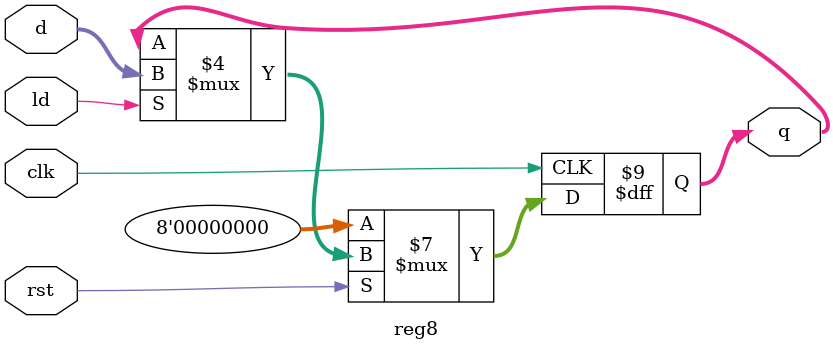
<source format=v>
`timescale 1ns/1ns

module reg8(clk, rst, ld, d, q);
	input        clk, rst, ld;
	input  [7:0] d;
	output [7:0] q;
	reg    [7:0] q;
	
	always@(posedge clk) begin
		if(rst == 1'b0) begin
			q <= 8'b00000000;
		end else if(ld == 1'b1) begin
			q <= d;
		end
	end
	
endmodule

</source>
